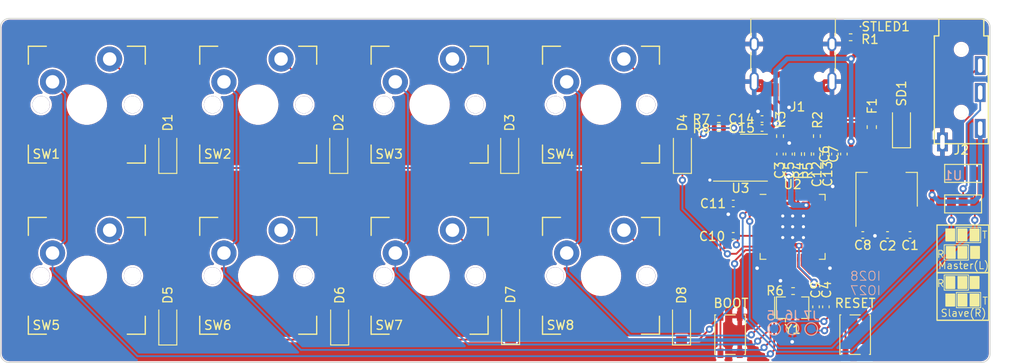
<source format=kicad_pcb>
(kicad_pcb (version 20211014) (generator pcbnew)
  (layers (0 "F.Cu" signal) (31 "B.Cu" signal) (34 "B.Paste" user) (35 "F.Paste" user) (36 "B.SilkS" user "B.Silkscreen") (37 "F.SilkS" user "F.Silkscreen") (38 "B.Mask" user) (39 "F.Mask" user) (44 "Edge.Cuts" user))
  (net 0 "")
  (net 1 "+5V")
  (net 2 "GND")
  (net 3 "+3V3")
  (net 4 "+1V1")
  (net 5 "row0")
  (net 6 "Net-(D1-Pad2)")
  (net 7 "Net-(D2-Pad2)")
  (net 8 "Net-(D3-Pad2)")
  (net 9 "Net-(D4-Pad2)")
  (net 10 "row1")
  (net 11 "Net-(D5-Pad2)")
  (net 12 "Net-(D6-Pad2)")
  (net 13 "Net-(D7-Pad2)")
  (net 14 "Net-(D8-Pad2)")
  (net 15 "VBUS")
  (net 16 "Net-(F1-Pad2)")
  (net 17 "Net-(J1-PadA5)")
  (net 18 "D+")
  (net 19 "D-")
  (net 21 "Net-(J1-PadB5)")
  (net 23 "SWCLK")
  (net 24 "SWD")
  (net 25 "Net-(R1-Pad1)")
  (net 26 "QSPI_SS")
  (net 27 "USB_BOOT")
  (net 28 "col0")
  (net 29 "col1")
  (net 30 "col2")
  (net 31 "col3")
  (net 32 "RESET")
  (net 33 "Net-(R4-Pad1)")
  (net 34 "Net-(U2-Pad20)")
  (net 35 "Net-(R5-Pad1)")
  (net 44 "QSPI_SD3")
  (net 45 "QSPI_SCLK")
  (net 46 "QSPI_SD0")
  (net 47 "QSPI_SD2")
  (net 48 "QSPI_SD1")
  (net 49 "R2")
  (net 50 "R1")
  (net 51 "RX")
  (net 52 "TX")
  (net 64 "Net-(R6-Pad1)")
  (net 65 "Net-(R6-Pad2)")
  (footprint "Jumper:SolderJumper-3_P1.3mm_Open_Pad1.0x1.5mm_NumberLabels" (layer "F.Cu") (at 197.4 107.65)
    (fp_text reference "J4" hide)
    (fp_text value "Conn_01x03_Male")
  )
  (footprint "Package_SON:WSON-8-1EP_6x5mm_P1.27mm_EP3.4x4.3mm" (layer "F.Cu") (at 172.65 105.9)
    (fp_text reference "U3")
    (fp_text value "W25Q128JVSIQ")
  )
  (footprint "yuchi:MX_HOLE" (layer "F.Cu") (at 100 119.05)
    (fp_text reference "SW5")
    (fp_text value "SW_Push")
  )
  (footprint "Resistor_SMD:R_0402_1005Metric" (layer "F.Cu") (at 184.9 92.5)
    (fp_text reference "R1")
    (fp_text value "1k")
  )
  (footprint "Connector_USB:USB_C_Receptacle_HRO_TYPE-C-31-M-12" (layer "F.Cu") (at 178.5 94.3 180)
    (fp_text reference "J1")
    (fp_text value "USB_C_Receptacle")
  )
  (footprint "Diode_SMD:D_SOD-123" (layer "F.Cu") (at 190.55 102.55 90)
    (fp_text reference "SD1")
    (fp_text value "Schottky diode")
  )
  (footprint "yuchi:MX_HOLE" (layer "F.Cu") (at 157.15 119.05)
    (fp_text reference "SW8")
    (fp_text value "SW_Push")
  )
  (footprint "Fuse:Fuse_0603_1608Metric" (layer "F.Cu") (at 187.25 102.5 -90)
    (fp_text reference "F1")
    (fp_text value "Fuse")
  )
  (footprint "LED_SMD:LED_0402_1005Metric" (layer "F.Cu") (at 184.9 91.3 180)
    (fp_text reference "STLED1")
    (fp_text value "LED_GREEN")
  )
  (footprint "Capacitor_SMD:C_0402_1005Metric" (layer "F.Cu") (at 191.5 114.5 180)
    (fp_text reference "C1")
    (fp_text value "10u")
  )
  (footprint "Diode_SMD:D_SOD-123" (layer "F.Cu") (at 147.1 124.45 90)
    (fp_text reference "D7")
    (fp_text value "D_Small")
  )
  (footprint "Diode_SMD:D_SOD-123" (layer "F.Cu") (at 109 105.4 90)
    (fp_text reference "D1")
    (fp_text value "D_Small")
  )
  (footprint "Diode_SMD:D_SOD-123" (layer "F.Cu") (at 166.1 124.5 90)
    (fp_text reference "D8")
    (fp_text value "D_Small")
  )
  (footprint "Resistor_SMD:R_0402_1005Metric" (layer "F.Cu") (at 170.25 101.6 180)
    (fp_text reference "R7")
    (fp_text value "10k")
  )
  (footprint "Package_TO_SOT_SMD:SOT-223" (layer "F.Cu") (at 188.9 109.45 90)
    (fp_text reference "U1")
    (fp_text value "NCP1117-3.3_SOT223")
  )
  (footprint "Resistor_SMD:R_0402_1005Metric" (layer "F.Cu") (at 180.15 105.5 90)
    (fp_text reference "R5")
    (fp_text value "27")
  )
  (footprint "Button_Switch_SMD:SW_SPST_PTS810" (layer "F.Cu") (at 171.5 125.6 90)
    (fp_text reference "SW9" hide)
    (fp_text value "BOOT")
  )
  (footprint "Capacitor_SMD:C_0402_1005Metric" (layer "F.Cu") (at 183.15 105.5 90)
    (fp_text reference "C6")
    (fp_text value "100n")
  )
  (footprint "Capacitor_SMD:C_0402_1005Metric" (layer "F.Cu") (at 175.05 102.6 180)
    (fp_text reference "C15")
    (fp_text value "2.2uF")
  )
  (footprint "yuchi:MX_HOLE" (layer "F.Cu") (at 157.15 100)
    (fp_text reference "SW4")
    (fp_text value "SW_Push")
  )
  (footprint "Capacitor_SMD:C_0402_1005Metric" (layer "F.Cu") (at 182.15 122.5 -90)
    (fp_text reference "C4")
    (fp_text value "100n")
  )
  (footprint "Resistor_SMD:R_0402_1005Metric" (layer "F.Cu") (at 178.5 120.75 180)
    (fp_text reference "R6")
    (fp_text value "1k")
  )
  (footprint "Resistor_SMD:R_0402_1005Metric" (layer "F.Cu") (at 170.25 102.6 180)
    (fp_text reference "R8")
    (fp_text value "1k")
  )
  (footprint "yuchi:MX_HOLE" (layer "F.Cu") (at 138.1 100)
    (fp_text reference "SW3")
    (fp_text value "SW_Push")
  )
  (footprint "Capacitor_SMD:C_0402_1005Metric" (layer "F.Cu") (at 184.15 105.5 90)
    (fp_text reference "C7")
    (fp_text value "100n")
  )
  (footprint "Capacitor_SMD:C_0402_1005Metric" (layer "F.Cu") (at 186.25 114.5)
    (fp_text reference "C8")
    (fp_text value "100n")
  )
  (footprint "Package_DFN_QFN:QFN-56-1EP_7x7mm_P0.4mm_EP3.2x3.2mm" (layer "F.Cu") (at 178.45 113.6)
    (fp_text reference "U2")
    (fp_text value "RP2040")
  )
  (footprint "Diode_SMD:D_SOD-123" (layer "F.Cu") (at 128 105.4 90)
    (fp_text reference "D2")
    (fp_text value "D_Small")
  )
  (footprint "Capacitor_SMD:C_0402_1005Metric" (layer "F.Cu") (at 171.85 111 180)
    (fp_text reference "C11")
    (fp_text value "100n")
  )
  (footprint "Capacitor_SMD:C_0402_1005Metric" (layer "F.Cu") (at 178.05 105.5 90)
    (fp_text reference "C5")
    (fp_text value "100n")
  )
  (footprint "yuchi:MX_HOLE" (layer "F.Cu") (at 119.05 119.05)
    (fp_text reference "SW6")
    (fp_text value "SW_Push")
  )
  (footprint "Capacitor_SMD:C_0402_1005Metric" (layer "F.Cu") (at 175.05 101.6 180)
    (fp_text reference "C14")
    (fp_text value "100n")
  )
  (footprint "Capacitor_SMD:C_0402_1005Metric" (layer "F.Cu") (at 181.05 122.5 -90)
    (fp_text reference "C9")
    (fp_text value "100n")
  )
  (footprint "Diode_SMD:D_SOD-123" (layer "F.Cu") (at 109 124.5 90)
    (fp_text reference "D5")
    (fp_text value "D_Small")
  )
  (footprint "Resistor_SMD:R_0402_1005Metric" (layer "F.Cu") (at 181.15 103.5 -90)
    (fp_text reference "R2")
    (fp_text value "5.1k")
  )
  (footprint "Capacitor_SMD:C_0402_1005Metric" (layer "F.Cu") (at 189 114.5 180)
    (fp_text reference "C2")
    (fp_text value "10u")
  )
  (footprint "Capacitor_SMD:C_0402_1005Metric" (layer "F.Cu") (at 171.85 114.6 180)
    (fp_text reference "C10")
    (fp_text value "100n")
  )
  (footprint "Diode_SMD:D_SOD-123" (layer "F.Cu") (at 147 105.4 90)
    (fp_text reference "D3")
    (fp_text value "D_Small")
  )
  (footprint "Button_Switch_SMD:SW_SPST_PTS810" (layer "F.Cu") (at 185.4 125.6 90)
    (fp_text reference "SW10" hide)
    (fp_text value "RESET")
  )
  (footprint "Jumper:SolderJumper-3_P1.3mm_Open_Pad1.0x1.5mm_NumberLabels" (layer "F.Cu") (at 197.4 111.05)
    (fp_text reference "J3" hide)
    (fp_text value "Conn_01x03_Male")
  )
  (footprint "Resistor_SMD:R_0402_1005Metric" (layer "F.Cu") (at 179.05 105.5 90)
    (fp_text reference "R4")
    (fp_text value "27")
  )
  (footprint "Diode_SMD:D_SOD-123" (layer "F.Cu") (at 128.1 124.5 90)
    (fp_text reference "D6")
    (fp_text value "D_Small")
  )
  (footprint "Capacitor_SMD:C_0402_1005Metric" (layer "F.Cu") (at 177.05 105.5 90)
    (fp_text reference "C3")
    (fp_text value "100n")
  )
  (footprint "Diode_SMD:D_SOD-123" (layer "F.Cu") (at 166.2 105.4 90)
    (fp_text reference "D4")
    (fp_text value "D_Small")
  )
  (footprint "Capacitor_SMD:C_0402_1005Metric" (layer "F.Cu") (at 182.15 105.5 90)
    (fp_text reference "C13")
    (fp_text value "2.2uF")
  )
  (footprint "Crystal:Resonator_SMD_Murata_CSTxExxV-3Pin_3.0x1.1mm" (layer "F.Cu") (at 178.45 122.6)
    (fp_text reference "Y1")
    (fp_text value "12MHz")
  )
  (footprint "yuchi:MX_HOLE" (layer "F.Cu") (at 119.05 100)
    (fp_text reference "SW2")
    (fp_text value "SW_Push")
  )
  (footprint "yuchi:MX_HOLE" (layer "F.Cu") (at 100 100)
    (fp_text reference "SW1")
    (fp_text value "SW_Push")
  )
  (footprint "Resistor_SMD:R_0402_1005Metric" (layer "F.Cu") (at 177.05 103.5 -90)
    (fp_text reference "R3")
    (fp_text value "5.1k")
  )
  (footprint "yuchi_kbd:PJ-320" (layer "F.Cu") (at 197.2 98.35)
    (fp_text reference "J2")
    (fp_text value "AudioJack4")
  )
  (footprint "yuchi:MX_HOLE" (layer "F.Cu") (at 138.1 119.05)
    (fp_text reference "SW7")
    (fp_text value "SW_Push")
  )
  (footprint "Capacitor_SMD:C_0402_1005Metric" (layer "F.Cu") (at 181.15 105.5 90)
    (fp_text reference "C12")
    (fp_text value "2.2uF")
  )
  (footprint "TestPoint:TestPoint_Pad_D1.0mm" (layer "B.Cu") (at 180.52 124.97 180)
    (fp_text reference "J7")
    (fp_text value "TP3")
  )
  (footprint "TestPoint:TestPoint_Pad_D1.0mm" (layer "B.Cu") (at 178.43 124.91 180)
    (fp_text reference "J6")
    (fp_text value "TP2")
  )
  (footprint "TestPoint:TestPoint_Pad_D1.0mm" (layer "B.Cu") (at 176.39 124.94 180)
    (fp_text reference "J5")
    (fp_text value "TP1")
  )
  (gr_rect (start 198.2 119.15) (end 199.15 120.45) (layer "F.SilkS") (width 0.15) (fill solid))
  (gr_rect (start 194.5 124) (end 200.25 118.7) (layer "F.SilkS") (width 0.15) (fill none))
  (gr_rect (start 196.85 119.15) (end 197.8 120.45) (layer "F.SilkS") (width 0.15) (fill solid))
  (gr_rect (start 196.85 121.1) (end 197.8 122.4) (layer "F.SilkS") (width 0.15) (fill solid))
  (gr_rect (start 196.65 120.9) (end 199.35 122.6) (layer "F.SilkS") (width 0.1) (fill none))
  (gr_rect (start 195.5 113.85) (end 196.45 115.15) (layer "F.SilkS") (width 0.15) (fill solid))
  (gr_rect (start 196.65 113.65) (end 199.35 115.35) (layer "F.SilkS") (width 0.1) (fill none))
  (gr_rect (start 195.3 115.6) (end 198 117.3) (layer "F.SilkS") (width 0.1) (fill none))
  (gr_rect (start 195.5 119.15) (end 196.45 120.45) (layer "F.SilkS") (width 0.15) (fill solid))
  (gr_rect (start 196.85 113.85) (end 197.8 115.15) (layer "F.SilkS") (width 0.15) (fill solid))
  (gr_rect (start 198.2 113.85) (end 199.15 115.15) (layer "F.SilkS") (width 0.15) (fill solid))
  (gr_rect (start 195.55 115.8) (end 196.5 117.1) (layer "F.SilkS") (width 0.15) (fill solid))
  (gr_rect (start 196.85 115.8) (end 197.8 117.1) (layer "F.SilkS") (width 0.15) (fill solid))
  (gr_rect (start 194.5 118.7) (end 200.25 113.4) (layer "F.SilkS") (width 0.15) (fill none))
  (gr_rect (start 195.5 121.1) (end 196.45 122.4) (layer "F.SilkS") (width 0.15) (fill solid))
  (gr_rect (start 198.25 115.8) (end 199.2 117.1) (layer "F.SilkS") (width 0.15) (fill solid))
  (gr_rect (start 198.2 121.1) (end 199.15 122.4) (layer "F.SilkS") (width 0.15) (fill solid))
  (gr_rect (start 195.3 118.95) (end 198 120.65) (layer "F.SilkS") (width 0.1) (fill none))
  (gr_line (start 90.4 91.4) (end 90.4 127.7) (layer "Edge.Cuts") (width 0.1))
  (gr_line (start 91.4 128.7) (end 199.4 128.7) (layer "Edge.Cuts") (width 0.1))
  (gr_line (start 200.4 127.7) (end 200.4 91.4) (layer "Edge.Cuts") (width 0.1))
  (gr_arc (start 199.4 90.4) (mid 200.107107 90.692893) (end 200.4 91.4) (layer "Edge.Cuts") (width 0.1))
  (gr_arc (start 200.4 127.7) (mid 200.107107 128.407107) (end 199.4 128.7) (layer "Edge.Cuts") (width 0.1))
  (gr_line (start 199.4 90.4) (end 91.4 90.4) (layer "Edge.Cuts") (width 0.1))
  (gr_arc (start 90.4 91.4) (mid 90.692893 90.692893) (end 91.4 90.4) (layer "Edge.Cuts") (width 0.1))
  (gr_arc (start 91.4 128.7) (mid 90.692893 128.407107) (end 90.4 127.7) (layer "Edge.Cuts") (width 0.1))
  (gr_text "IO28\nIO27" (at 186.551364 119.890534) (layer "B.SilkS") (effects (font (size 1 1) (thickness 0.1)) (justify mirror)))
  (gr_text "T" (at 199.85 121.85) (layer "F.SilkS") (effects (font (size 0.8 0.8) (thickness 0.1))))
  (gr_text "Slave(R)" (at 197.45 123.2) (layer "F.SilkS") (effects (font (size 0.8 0.8) (thickness 0.1))))
  (gr_text "R" (at 194.9 116.65) (layer "F.SilkS") (effects (font (size 0.8 0.8) (thickness 0.1))))
  (gr_text "Master(L)" (at 197.45 117.9) (layer "F.SilkS") (effects (font (size 0.8 0.8) (thickness 0.1))))
  (gr_text "T" (at 199.8 114.5) (layer "F.SilkS") (effects (font (size 0.8 0.8) (thickness 0.1))))
  (gr_text "R" (at 194.9 119.9) (layer "F.SilkS") (effects (font (size 0.8 0.8) (thickness 0.1))))
  (segment (start 190.55 104.2) (end 190.7 104.2) (width 0.2) (layer "F.Cu") (net 1))
  (segment (start 193.95 110.05) (end 193.95 107.385614) (width 0.5) (layer "F.Cu") (net 1))
  (segment (start 193.95 107.385614) (end 190.764386 104.2) (width 0.5) (layer "F.Cu") (net 1))
  (segment (start 192.45 114.5) (end 191.98 114.5) (width 0.5) (layer "F.Cu") (net 1))
  (segment (start 190.764386 104.2) (end 190.7 104.2) (width 0.5) (layer "F.Cu") (net 1))
  (segment (start 193.95 110.05) (end 193.95 113) (width 0.5) (layer "F.Cu") (net 1))
  (segment (start 191.54 112.26) (end 191.2 112.6) (width 0.5) (layer "F.Cu") (net 1))
  (segment (start 191.98 113.38) (end 191.2 112.6) (width 0.5) (layer "F.Cu") (net 1))
  (segment (start 193.95 113) (end 192.45 114.5) (width 0.5) (layer "F.Cu") (net 1))
  (segment (start 191.98 114.5) (end 191.98 113.38) (width 0.5) (layer "F.Cu") (net 1))
  (via (at 193.95 110.05) (size 0.8) (drill 0.4) (layers "F.Cu" "B.Cu") (net 1))
  (segment (start 194.7 110.8) (end 198.6 110.8) (width 0.5) (layer "B.Cu") (net 1))
  (segment (start 193.95 110.05) (end 194.7 110.8) (width 0.5) (layer "B.Cu") (net 1))
  (segment (start 199.3 110.1) (end 199.3 102.65) (width 0.5) (layer "B.Cu") (net 1))
  (segment (start 198.6 110.8) (end 199.3 110.1) (width 0.5) (layer "B.Cu") (net 1))
  (segment (start 177.451364 114.590534) (end 178.451364 113.590534) (width 0.2) (layer "F.Cu") (net 2))
  (segment (start 169.951364 107.795534) (end 169.846844 107.795534) (width 0.2) (layer "F.Cu") (net 2))
  (segment (start 181.15 105.02) (end 181.15 104.11) (width 0.2) (layer "F.Cu") (net 2))
  (segment (start 177.45 117.0375) (end 177.45 119.25) (width 0.2) (layer "F.Cu") (net 2))
  (segment (start 174.57 101.6) (end 174.57 100.7795) (width 0.2) (layer "F.Cu") (net 2))
  (segment (start 187.6 113.6) (end 187.6 114.6) (width 0.2) (layer "F.Cu") (net 2))
  (segment (start 187.7 114.5) (end 187.6 114.6) (width 0.2) (layer "F.Cu") (net 2))
  (segment (start 186.73 114.5) (end 187.5 114.5) (width 0.2) (layer "F.Cu") (net 2))
  (segment (start 177.05 105.02) (end 177.05 104.01) (width 0.2) (layer "F.Cu") (net 2))
  (segment (start 187.5 114.5) (end 187.6 114.6) (width 0.2) (layer "F.Cu") (net 2))
  (segment (start 174.57 100.7795) (end 174.6 100.7495) (width 0.2) (layer "F.Cu") (net 2))
  (segment (start 174.336364 97.420534) (end 175.251364 98.335534) (width 0.25) (layer "F.Cu") (net 2))
  (segment (start 182.82 97.43) (end 182.82 93.25) (width 0.2) (layer "F.Cu") (net 2))
  (segment (start 186.6 112.6) (end 187.6 113.6) (width 0.2) (layer "F.Cu") (net 2))
  (segment (start 177.45 119.25) (end 177.1 119.6) (width 0.2) (layer "F.Cu") (net 2))
  (segment (start 184.15 105.02) (end 183.15 105.02) (width 0.2) (layer "F.Cu") (net 2))
  (segment (start 181.906364 98.335534) (end 182.821364 97.420534) (width 0.25) (layer "F.Cu") (net 2))
  (segment (start 174.181364 97.420534) (end 174.336364 97.420534) (width 0.25) (layer "F.Cu") (net 2))
  (segment (start 169.846844 107.795534) (end 169.250384 108.391994) (width 0.2) (layer "F.Cu") (net 2))
  (segment (start 188.52 114.5) (end 187.7 114.5) (width 0.2) (layer "F.Cu") (net 2))
  (segment (start 177.810794 104.01) (end 178.075901 104.275107) (width 0.2) (layer "F.Cu") (net 2))
  (segment (start 178.05 105.02) (end 177.05 105.02) (width 0.2) (layer "F.Cu") (net 2))
  (segment (start 181.15 105.02) (end 182.15 105.02) (width 0.2) (layer "F.Cu") (net 2))
  (segment (start 177.05 104.01) (end 177.810794 104.01) (width 0.2) (layer "F.Cu") (net 2))
  (segment (start 174.18 93.25) (end 174.18 97.43) (width 0.2) (layer "F.Cu") (net 2))
  (segment (start 182.15 105.02) (end 183.15 105.02) (width 0.2) (layer "F.Cu") (net 2))
  (via (at 178.451364 112.390534) (size 0.6) (drill 0.35) (layers "F.Cu" "B.Cu") (net 2))
  (via (at 182.6 118.2) (size 0.8) (drill 0.4) (layers "F.Cu" "B.Cu") (net 2))
  (via (at 169.250384 108.391994) (size 0.6) (drill 0.35) (layers "F.Cu" "B.Cu") (net 2))
  (via (at 174.5 118.2) (size 0.8) (drill 0.4) (layers "F.Cu" "B.Cu") (net 2))
  (via (at 187.6 114.6) (size 0.8) (drill 0.4) (layers "F.Cu" "B.Cu") (net 2))
  (via (at 177.351364 114.790534) (size 0.6) (drill 0.35) (layers "F.Cu" "B.Cu") (net 2))
  (via (at 178.451364 114.790534) (size 0.6) (drill 0.35) (layers "F.Cu" "B.Cu") (net 2))
  (via (at 178.075901 104.275107) (size 0.8) (drill 0.4) (layers "F.Cu" "B.Cu") (net 2))
  (via (at 177.351364 112.390534) (size 0.6) (drill 0.35) (layers "F.Cu" "B.Cu") (net 2))
  (via (at 178.4 126.4) (size 0.8) (drill 0.4) (layers "F.Cu" "B.Cu") (net 2))
  (via (at 179.651364 113.590534) (size 0.6) (drill 0.35) (layers "F.Cu" "B.Cu") (net 2))
  (via (at 171.3 112.2) (size 0.8) (drill 0.4) (layers "F.Cu" "B.Cu") (net 2))
  (via (at 174.6 100.7495) (size 0.8) (drill 0.4) (layers "F.Cu" "B.Cu") (net 2))
  (via (at 182.9 109.1) (size 0.8) (drill 0.4) (layers "F.Cu" "B.Cu") (net 2))
  (via (at 179.651364 114.790534) (size 0.6) (drill 0.35) (layers "F.Cu" "B.Cu") (net 2))
  (via (at 178.05 100.3) (size 0.8) (drill 0.4) (layers "F.Cu" "B.Cu") (net 2))
  (via (at 178.451364 113.590534) (size 0.6) (drill 0.35) (layers "F.Cu" "B.Cu") (net 2))
  (via (at 177.1 119.6) (size 0.8) (drill 0.4) (layers "F.Cu" "B.Cu") (net 2))
  (via (at 179.651364 112.390534) (size 0.6) (drill 0.35) (layers "F.Cu" "B.Cu") (net 2))
  (via (at 177.351364 113.590534) (size 0.6) (drill 0.35) (layers "F.Cu" "B.Cu") (net 2))
  (segment (start 178.43 124.91) (end 178.43 126.37) (width 0.2) (layer "B.Cu") (net 2))
  (segment (start 178.43 126.37) (end 178.4 126.4) (width 0.2) (layer "B.Cu") (net 2))
  (segment (start 180.651364 110.153034) (end 180.651364 110.990534) (width 0.2) (layer "F.Cu") (net 3))
  (segment (start 181.051364 110.990534) (end 180.851364 111.190534) (width 0.2) (layer "F.Cu") (net 3))
  (segment (start 176.051364 102.590534) (end 175.531364 102.590534) (width 0.5) (layer "F.Cu") (net 3))
  (segment (start 181.188864 110.153034) (end 181.188864 108.153034) (width 0.5) (layer "F.Cu") (net 3))
  (segment (start 185.77 115.07) (end 185.77 114.5) (width 0.5) (layer "F.Cu") (net 3))
  (segment (start 175.0125 111) (end 175.9 111) (width 0.2) (layer "F.Cu") (net 3))
  (segment (start 181.8875 110.6625) (end 181.95 110.6) (width 0.2) (layer "F.Cu") (net 3))
  (segment (start 172.206663 114.476663) (end 172.33 114.6) (width 0.2) (layer "F.Cu") (net 3))
  (segment (start 184.95 105.65) (end 184.95 104.1) (width 0.5) (layer "F.Cu") (net 3))
  (segment (start 175.531364 103.805534) (end 175.351364 103.985534) (width 0.5) (layer "F.Cu") (net 3))
  (segment (start 185.41 94.44) (end 185.41 92.5) (width 0.5) (layer "F.Cu") (net 3))
  (segment (start 175.0125 111) (end 172.33 111) (width 0.2) (layer "F.Cu") (net 3))
  (segment (start 178.851364 110.990534) (end 178.651364 110.790534) (width 0.2) (layer "F.Cu") (net 3))
  (segment (start 178.651364 110.790534) (end 178.651364 110.153034) (width 0.2) (layer "F.Cu") (net 3))
  (segment (start 184.15 106.3) (end 184.15 105.98) (width 0.5) (layer "F.Cu") (net 3))
  (segment (start 181.8875 111) (end 181.06083 111) (width 0.2) (layer "F.Cu") (net 3))
  (segment (start 175.531364 103.805534) (end 175.531364 102.590534) (width 0.5) (layer "F.Cu") (net 3))
  (segment (start 181.05 120.95) (end 178.65 118.55) (width 0.2) (layer "F.Cu") (net 3))
  (segment (start 184.95 94.9) (end 185.41 94.44) (width 0.5) (layer "F.Cu") (net 3))
  (segment (start 189.48 115.12) (end 189.1 115.5) (width 0.5) (layer "F.Cu") (net 3))
  (segment (start 180.651364 110.153034) (end 180.651364 107.658034) (width 0.2) (layer "F.Cu") (net 3))
  (segment (start 171.6 99.9) (end 170.76 100.74) (width 0.5) (layer "F.Cu") (net 3))
  (segment (start 181.188864 108.153034) (end 183.151364 106.190534) (width 0.5) (layer "F.Cu") (net 3))
  (segment (start 181.95 108.5) (end 184.15 106.3) (width 0.5) (layer "F.Cu") (net 3))
  (segment (start 181.8875 111) (end 181.8875 110.6625) (width 0.2) (layer "F.Cu") (net 3))
  (segment (start 176.551364 102.090534) (end 176.551364 100.651364) (width 0.5) (layer "F.Cu") (net 3))
  (segment (start 183.151364 106.190534) (end 183.151364 106.070534) (width 0.5) (layer "F.Cu") (net 3))
  (segment (start 176.551364 102.090534) (end 176.051364 102.590534) (width 0.5) (layer "F.Cu") (net 3))
  (segment (start 175.0125 114.6) (end 172.33 114.6) (width 0.2) (layer "F.Cu") (net 3))
  (segment (start 184.15 105.98) (end 183.15 105.98) (width 0.5) (layer "F.Cu") (net 3))
  (segment (start 172.206663 111.123337) (end 172.206663 114.476663) (width 0.2) (layer "F.Cu") (net 3))
  (segment (start 189.48 114.5) (end 189.48 115.12) (width 0.5) (layer "F.Cu") (net 3))
  (segment (start 179.051364 109.290534) (end 178.851364 109.090534) (width 0.2) (layer "F.Cu") (net 3))
  (segment (start 186.2 115.5) (end 185.77 115.07) (width 0.5) (layer "F.Cu") (net 3))
  (segment (start 180.651364 107.658034) (end 182.151364 106.158034) (width 0.2) (layer "F.Cu") (net 3))
  (segment (start 181.05 122.02) (end 181.05 120.95) (width 0.2) (layer "F.Cu") (net 3))
  (segment (start 176.051364 101.590534) (end 176.551364 102.090534) (width 0.5) (layer "F.Cu") (net 3))
  (segment (start 181.051364 110.153034) (end 181.051364 110.990534) (width 0.2) (layer "F.Cu") (net 3))
  (segment (start 181.8875 114.6) (end 185.67 114.6) (width 0.2) (layer "F.Cu") (net 3))
  (segment (start 178.651364 109.290534) (end 178.651364 110.153034) (width 0.2) (layer "F.Cu") (net 3))
  (segment (start 179.051364 110.153034) (end 179.051364 109.290534) (width 0.2) (layer "F.Cu") (net 3))
  (segment (start 172.33 115.4705) (end 172.2005 115.6) (width 0.2) (layer "F.Cu") (net 3))
  (segment (start 178.65 118.55) (end 178.65 117.0375) (width 0.2) (layer "F.Cu") (net 3))
  (segment (start 175.531364 102.590534) (end 175.531364 101.590534) (width 0.5) (layer "F.Cu") (net 3))
  (segment (start 181.06083 111) (end 181.051364 110.990534) (width 0.2) (layer "F.Cu") (net 3))
  (segment (start 180.851364 111.190534) (end 180.851364 112.190534) (width 0.2) (layer "F.Cu") (net 3))
  (segment (start 178.65 117.0375) (end 178.65 116.291898) (width 0.2) (layer "F.Cu") (net 3))
  (segment (start 181.95 110.6) (end 181.95 108.5) (width 0.5) (layer "F.Cu") (net 3))
  (segment (start 178.65 116.291898) (end 178.652343 116.289555) (width 0.2) (layer "F.Cu") (net 3))
  (segment (start 172.33 114.6) (end 172.33 115.4705) (width 0.2) (layer "F.Cu") (net 3))
  (segment (start 181.8875 114.6) (end 180.95 114.6) (width 0.2) (layer "F.Cu") (net 3))
  (segment (start 189.48 113.18) (end 189.48 114.5) (width 0.5) (layer "F.Cu") (net 3))
  (segment (start 179.051364 110.153034) (end 179.051364 110.790534) (width 0.2) (layer "F.Cu") (net 3))
  (segment (start 182.15 105.98) (end 183.15 105.98) (width 0.5) (layer "F.Cu") (net 3))
  (segment (start 175.0125 114.6) (end 175.8 114.6) (width 0.2) (layer "F.Cu") (net 3))
  (segment (start 179.051364 110.790534) (end 178.851364 110.990534) (width 0.2) (layer "F.Cu") (net 3))
  (segment (start 178.851364 109.090534) (end 178.851364 107.638643) (width 0.5) (layer "F.Cu") (net 3))
  (segment (start 175.8 99.9) (end 171.6 99.9) (width 0.5) (layer "F.Cu") (net 3))
  (segment (start 184.15 105.98) (end 184.62 105.98) (width 0.5) (layer "F.Cu") (net 3))
  (segment (start 184.62 105.98) (end 184.95 105.65) (width 0.5) (layer "F.Cu") (net 3))
  (segment (start 175.531364 101.590534) (end 176.051364 101.590534) (width 0.5) (layer "F.Cu") (net 3))
  (segment (start 188.9 112.6) (end 189.48 113.18) (width 0.5) (layer "F.Cu") (net 3))
  (segment (start 178.652343 116.289555) (end 179.652343 116.289555) (width 0.2) (layer "F.Cu") (net 3))
  (segment (start 185.67 114.6) (end 185.77 114.5) (width 0.2) (layer "F.Cu") (net 3))
  (segment (start 189.1 115.5) (end 186.2 115.5) (width 0.5) (layer "F.Cu") (net 3))
  (segment (start 179.652343 116.289555) (end 179.951364 115.990534) (width 0.2) (layer "F.Cu") (net 3))
  (segment (start 178.051364 106.838643) (end 178.051364 106.070534) (width 0.5) (layer "F.Cu") (net 3))
  (segment (start 172.33 111) (end 172.206663 111.123337) (width 0.2) (layer "F.Cu") (net 3))
  (segment (start 176.551364 100.651364) (end 175.8 99.9) (width 0.5) (layer "F.Cu") (net 3))
  (segment (start 178.851364 109.090534) (end 178.651364 109.290534) (width 0.2) (layer "F.Cu") (net 3))
  (segment (start 178.851364 107.638643) (end 178.051364 106.838643) (width 0.5) (layer "F.Cu") (net 3))
  (segment (start 180.651364 110.990534) (end 180.851364 111.190534) (width 0.2) (layer "F.Cu") (net 3))
  (segment (start 170.76 100.74) (end 170.76 101.6) (width 0.5) (layer "F.Cu") (net 3))
  (via (at 176.551364 102.090534) (size 0.7) (drill 0.4) (layers "F.Cu" "B.Cu") (net 3))
  (via (at 184.95 94.9) (size 0.8) (drill 0.4) (layers "F.Cu" "B.Cu") (net 3))
  (via (at 184.95 104.1) (size 0.8) (drill 0.4) (layers "F.Cu" "B.Cu") (net 3))
  (via (at 172.2005 115.6) (size 0.8) (drill 0.4) (layers "F.Cu" "B.Cu") (net 3))
  (segment (start 184.95 94.9) (end 177.85 94.9) (width 0.5) (layer "B.Cu") (net 3))
  (segment (start 177.85 94.9) (end 176.551364 96.198636) (width 0.5) (layer "B.Cu") (net 3))
  (segment (start 176.551364 96.198636) (end 176.551364 102.090534) (width 0.5) (layer "B.Cu") (net 3))
  (segment (start 184.95 104.1) (end 184.95 94.9) (width 0.5) (layer "B.Cu") (net 3))
  (segment (start 180.251364 110.153034) (end 180.251364 110.890534) (width 0.2) (layer "F.Cu") (net 4))
  (segment (start 180.844622 119.755378) (end 182.15 121.060756) (width 0.2) (layer "F.Cu") (net 4))
  (segment (start 181.151364 106.390534) (end 180.251364 107.290534) (width 0.2) (layer "F.Cu") (net 4))
  (segment (start 179.951364 111.190534) (end 179.551364 111.590534) (width 0.2) (layer "F.Cu") (net 4))
  (segment (start 179.051862 115.590534) (end 178.351364 115.590534) (width 0.2) (layer "F.Cu") (net 4))
  (segment (start 179.551364 111.590534) (end 179.251364 111.590534) (width 0.2) (layer "F.Cu") (net 4))
  (segment (start 178.001864 107.990534) (end 177.951364 107.990534) (width 0.2) (layer "F.Cu") (net 4))
  (segment (start 178.251364 108.240034) (end 178.001864 107.990534) (width 0.2) (layer "F.Cu") (net 4))
  (segment (start 180.251364 107.290534) (end 180.251364 110.153034) (width 0.2) (layer "F.Cu") (net 4))
  (segment (start 180.844622 119.755378) (end 180.738347 119.755378) (width 0.2) (layer "F.Cu") (net 4))
  (segment (start 177.951364 107.990534) (end 177.051364 107.090534) (width 0.2) (layer "F.Cu") (net 4))
  (segment (start 178.25 110.1625) (end 178.25 108.241398) (width 0.2) (layer "F.Cu") (net 4))
  (segment (start 181.151364 106.158034) (end 181.151364 106.390534) (width 0.2) (layer "F.Cu") (net 4))
  (segment (start 180.738347 119.755378) (end 179.050001 118.067032) (width 0.2) (layer "F.Cu") (net 4))
  (segment (start 180.251364 110.890534) (end 179.951364 111.190534) (width 0.2) (layer "F.Cu") (net 4))
  (segment (start 177.051364 107.090534) (end 177.051364 106.070534) (width 0.2) (layer "F.Cu") (net 4))
  (segment (start 179.050001 118.067032) (end 179.05 117.0375) (width 0.2) (layer "F.Cu") (net 4))
  (segment (start 178.25 108.241398) (end 178.251364 108.240034) (width 0.2) (layer "F.Cu") (net 4))
  (segment (start 179.151364 115.690036) (end 179.051862 115.590534) (width 0.2) (layer "F.Cu") (net 4))
  (segment (start 182.15 121.060756) (end 182.15 122.02) (width 0.2) (layer "F.Cu") (net 4))
  (via (at 178.001864 107.990534) (size 0.6) (drill 0.35) (layers "F.Cu" "B.Cu") (net 4))
  (via (at 180.844622 119.755378) (size 0.8) (drill 0.4) (layers "F.Cu" "B.Cu") (net 4))
  (via (at 179.951364 111.190534) (size 0.6) (drill 0.35) (layers "F.Cu" "B.Cu") (net 4))
  (via (at 179.151364 115.690036) (size 0.6) (drill 0.35) (layers "F.Cu" "B.Cu") (net 4))
  (segment (start 180.844622 119.755378) (end 179.151364 118.06212) (width 0.2) (layer "B.Cu") (net 4))
  (segment (start 178.251364 108.240034) (end 178.251364 110.890534) (width 0.6) (layer "B.Cu") (net 4))
  (segment (start 178.001864 107.990534) (end 178.251364 108.240034) (width 0.6) (layer "B.Cu") (net 4))
  (segment (start 179.151364 118.06212) (end 179.151364 115.690036) (width 0.2) (layer "B.Cu") (net 4))
  (segment (start 178.251364 110.890534) (end 178.551364 111.190534) (width 0.6) (layer "B.Cu") (net 4))
  (segment (start 178.551364 111.190534) (end 179.951364 111.190534) (width 0.6) (layer "B.Cu") (net 4))
  (segment (start 175.0125 115.8) (end 172.99045 115.8) (width 0.2) (layer "F.Cu") (net 5))
  (segment (start 147 107.05) (end 166.2 107.05) (width 0.2) (layer "F.Cu") (net 5))
  (segment (start 166.2 108.4) (end 166.2 107.05) (width 0.2) (layer "F.Cu") (net 5))
  (segment (start 109 107.05) (end 128 107.05) (width 0.2) (layer "F.Cu") (net 5))
  (segment (start 172.19045 116.6) (end 171.2 116.6) (width 0.2) (layer "F.Cu") (net 5))
  (segment (start 128 107.05) (end 147 107.05) (width 0.2) (layer "F.Cu") (net 5))
  (segment (start 172.99045 115.8) (end 172.19045 116.6) (width 0.2) (layer "F.Cu") (net 5))
  (via (at 171.2 116.6) (size 0.8) (drill 0.4) (layers "F.Cu" "B.Cu") (net 5))
  (via (at 166.2 108.4) (size 0.8) (drill 0.4) (layers "F.Cu" "B.Cu") (net 5))
  (segment (start 166.2 111.6) (end 166.2 108.4) (width 0.2) (layer "B.Cu") (net 5))
  (segment (start 171.2 116.6) (end 166.2 111.6) (width 0.2) (layer "B.Cu") (net 5))
  (segment (start 109 101.38) (end 109 103.75) (width 0.2) (layer "F.Cu") (net 6))
  (segment (start 102.54 94.92) (end 109 101.38) (width 0.2) (layer "F.Cu") (net 6))
  (segment (start 128 101.33) (end 128 103.75) (width 0.2) (layer "F.Cu") (net 7))
  (segment (start 121.59 94.92) (end 128 101.33) (width 0.2) (layer "F.Cu") (net 7))
  (segment (start 140.64 94.92) (end 147 101.28) (width 0.2) (layer "F.Cu") (net 8))
  (segment (start 147 101.28) (end 147 103.75) (width 0.2) (layer "F.Cu") (net 8))
  (segment (start 166.2 103.75) (end 166.2 101.43) (width 0.2) (layer "F.Cu") (net 9))
  (segment (start 166.2 101.43) (end 159.69 94.92) (width 0.2) (layer "F.Cu") (net 9))
  (segment (start 169.2 125) (end 168.05 126.15) (width 0.2) (layer "F.Cu") (net 10))
  (segment (start 109 126.15) (end 128.1 126.15) (width 0.2) (layer "F.Cu") (net 10))
  (segment (start 173.2 116.2) (end 175.0125 116.2) (width 0.2) (layer "F.Cu") (net 10))
  (segment (start 128.1 126.15) (end 147.05 126.15) (width 0.2) (layer "F.Cu") (net 10))
  (segment (start 172 117.7) (end 172 117.4) (width 0.2) (layer "F.Cu") (net 10))
  (segment (start 147.05 126.15) (end 147.1 126.1) (width 0.2) (layer "F.Cu") (net 10))
  (segment (start 172 117.4) (end 173.2 116.2) (width 0.2) (layer "F.Cu") (net 10))
  (segment (start 147.1 126.1) (end 166.05 126.1) (width 0.2) (layer "F.Cu") (net 10))
  (segment (start 168.05 126.15) (end 166.1 126.15) (width 0.2) (layer "F.Cu") (net 10))
  (segment (start 166.05 126.1) (end 166.1 126.15) (width 0.2) (layer "F.Cu") (net 10))
  (via (at 169.2 125) (size 0.8) (drill 0.4) (layers "F.Cu" "B.Cu") (net 10))
  (via (at 172 117.7) (size 0.8) (drill 0.4) (layers "F.Cu" "B.Cu") (net 10))
  (segment (start 172 122.2) (end 169.2 125) (width 0.2) (layer "B.Cu") (net 10))
  (segment (start 172 117.7) (end 172 122.2) (width 0.2) (layer "B.Cu") (net 10))
  (segment (start 102.54 113.97) (end 109 120.43) (width 0.2) (layer "F.Cu") (net 11))
  (segment (start 109 120.43) (end 109 122.85) (width 0.2) (layer "F.Cu") (net 11))
  (segment (start 128.1 120.48) (end 128.1 122.85) (width 0.2) (layer "F.Cu") (net 12))
  (segment (start 121.59 113.97) (end 128.1 120.48) (width 0.2) (layer "F.Cu") (net 12))
  (segment (start 140.64 113.97) (end 147.1 120.43) (width 0.2) (layer "F.Cu") (net 13))
  (segment (start 147.1 120.43) (end 147.1 122.75) (width 0.2) (layer "F.Cu") (net 13))
  (segment (start 166.1 120.38) (end 166.1 122.85) (width 0.2) (layer "F.Cu") (net 14))
  (segment (start 159.69 113.97) (end 166.1 120.38) (width 0.2) (layer "F.Cu") (net 14))
  (segment (start 176.751364 96.790534) (end 177.000884 96.541014) (width 0.5) (layer "F.Cu") (net 15))
  (segment (start 177.000884 96.541014) (end 180.001844 96.541014) (width 0.5) (layer "F.Cu") (net 15))
  (segment (start 176.051364 97.490534) (end 176.751364 96.790534) (width 0.3) (layer "F.Cu") (net 15))
  (segment (start 180.95 100.3125) (end 182.35 101.7125) (width 0.2) (layer "F.Cu") (net 15))
  (segment (start 180.001844 96.541014) (end 180.251364 96.790534) (width 0.5) (layer "F.Cu") (net 15))
  (segment (start 180.951364 97.490534) (end 180.951364 98.335534) (width 0.3) (layer "F.Cu") (net 15))
  (segment (start 182.35 101.7125) (end 187.25 101.7125) (width 0.2) (layer "F.Cu") (net 15))
  (segment (start 180.251364 96.790534) (end 180.951364 97.490534) (width 0.3) (layer "F.Cu") (net 15))
  (segment (start 176.051364 98.335534) (end 176.051364 97.490534) (width 0.3) (layer "F.Cu") (net 15))
  (segment (start 180.95 100.3125) (end 180.95 98.345) (width 0.2) (layer "F.Cu") (net 15))
  (segment (start 187.25 103.2875) (end 189.6375 100.9) (width 0.2) (layer "F.Cu") (net 16))
  (segment (start 189.6375 100.9) (end 190.55 100.9) (width 0.2) (layer "F.Cu") (net 16))
  (segment (start 180.64 102.99) (end 181.15 102.99) (width 0.25) (layer "F.Cu") (net 17))
  (segment (start 179.751364 102.101364) (end 180.64 102.99) (width 0.25) (layer "F.Cu") (net 17))
  (segment (start 179.751364 98.335534) (end 179.751364 102.101364) (width 0.25) (layer "F.Cu") (net 17))
  (segment (start 178.732501 99.45) (end 178.75 99.432501) (width 0.2) (layer "F.Cu") (net 18))
  (segment (start 177.88 99.45) (end 178.732501 99.45) (width 0.2) (layer "F.Cu") (net 18))
  (segment (start 178.75 99.432501) (end 178.75 98.345) (width 0.2) (layer "F.Cu") (net 18))
  (segment (start 178.775 104.251397) (end 179.05 104.526397) (width 0.2) (layer "F.Cu") (net 18))
  (segment (start 177.75 98.345) (end 177.75 99.32) (width 0.2) (layer "F.Cu") (net 18))
  (segment (start 178.475 102.975) (end 178.139106 102.975) (width 0.2) (layer "F.Cu") (net 18))
  (segment (start 178.775 103.925) (end 178.775 104.251397) (width 0.2) (layer "F.Cu") (net 18))
  (segment (start 177.75 99.32) (end 177.88 99.45) (width 0.2) (layer "F.Cu") (net 18))
  (segment (start 179.05 104.526397) (end 179.05 104.99) (width 0.2) (layer "F.Cu") (net 18))
  (segment (start 178.139106 103.575) (end 178.475 103.575) (width 0.2) (layer "F.Cu") (net 18))
  (segment (start 178.775 103.875) (end 178.775 103.925) (width 0.2) (layer "F.Cu") (net 18))
  (segment (start 178.775 99.457501) (end 178.775 102.675) (width 0.2) (layer "F.Cu") (net 18))
  (segment (start 178.75 99.432501) (end 178.775 99.457501) (width 0.2) (layer "F.Cu") (net 18))
  (arc (start 177.839106 103.275) (mid 177.926974 103.487132) (end 178.139106 103.575) (width 0.2) (layer "F.Cu") (net 18))
  (arc (start 178.475 103.575) (mid 178.687132 103.662868) (end 178.775 103.875) (width 0.2) (layer "F.Cu") (net 18))
  (arc (start 178.775 102.675) (mid 178.687132 102.887132) (end 178.475 102.975) (width 0.2) (layer "F.Cu") (net 18))
  (arc (start 178.139106 102.975) (mid 177.926974 103.062868) (end 177.839106 103.275) (width 0.2) (layer "F.Cu") (net 18))
  (segment (start 179.225 104.065) (end 179.225 99.457501) (width 0.2) (layer "F.Cu") (net 19))
  (segment (start 178.251364 97.361512) (end 178.522342 97.090534) (width 0.2) (layer "F.Cu") (net 19))
  (segment (start 180.15 104.99) (end 179.225 104.065) (width 0.2) (layer "F.Cu") (net 19))
  (segment (start 179.225 99.457501) (end 179.25 99.432501) (width 0.2) (layer "F.Cu") (net 19))
  (segment (start 178.251364 98.335534) (end 178.251364 97.361512) (width 0.2) (layer "F.Cu") (net 19))
  (segment (start 178.980386 97.090534) (end 179.251364 97.361512) (width 0.2) (layer "F.Cu") (net 19))
  (segment (start 178.522342 97.090534) (end 178.980386 97.090534) (width 0.2) (layer "F.Cu") (net 19))
  (segment (start 179.25 99.432501) (end 179.25 98.345) (width 0.2) (layer "F.Cu") (net 19))
  (segment (start 179.251364 97.361512) (end 179.251364 98.335534) (width 0.2) (layer "F.Cu") (net 19))
  (segment (start 177.226364 100.023636) (end 177.226364 102.813636) (width 0.25) (layer "F.Cu") (net 21))
  (segment (start 176.751364 99.548636) (end 177.226364 100.023636) (width 0.25) (layer "F.Cu") (net 21))
  (segment (start 177.226364 102.813636) (end 177.05 102.99) (width 0.25) (layer "F.Cu") (net 21))
  (segment (start 176.751364 98.335534) (end 176.751364 99.548636) (width 0.25) (layer "F.Cu") (net 21))
  (segment (start 182.95 120.870806) (end 182.95 123.112254) (width 0.2) (layer "F.Cu") (net 23))
  (segment (start 179.45 117.0375) (end 179.450001 117.901347) (width 0.2) (layer "F.Cu") (net 23))
  (segment (start 180.879194 118.8) (end 182.95 120.870806) (width 0.2) (layer "F.Cu") (net 23))
  (segment (start 180.348655 118.8) (end 180.879194 118.8) (width 0.2) (layer "F.Cu") (net 23))
  (segment (start 182.95 123.112254) (end 181.931127 124.131127) (width 0.2) (layer "F.Cu") (net 23))
  (segment (start 179.450001 117.901347) (end 180.348655 118.8) (width 0.2) (layer "F.Cu") (net 23))
  (via (at 181.931127 124.131127) (size 0.8) (drill 0.4) (layers "F.Cu" "B.Cu") (net 23))
  (segment (start 177.22 124.11) (end 181.91 124.11) (width 0.2) (layer "B.Cu") (net 23))
  (segment (start 176.39 124.94) (end 177.22 124.11) (width 0.2) (layer "B.Cu") (net 23))
  (segment (start 181.91 124.11) (end 181.931127 124.131127) (width 0.2) (layer "B.Cu") (net 23))
  (segment (start 181.04488 118.4) (end 183.35 120.70512) (width 0.2) (layer "F.Cu") (net 24))
  (segment (start 180.51434 118.4) (end 181.04488 118.4) (width 0.2) (layer "F.Cu") (net 24))
  (segment (start 179.85 117.735661) (end 180.51434 118.4) (width 0.2) (layer "F.Cu") (net 24))
  (segment (start 183.35 123.8) (end 182 125.15) (width 0.2) (layer "F.Cu") (net 24))
  (segment (start 183.35 120.70512) (end 183.35 123.8) (width 0.2) (layer "F.Cu") (net 24))
  (segment (start 179.85 117.0375) (end 179.85 117.735661) (width 0.2) (layer "F.Cu") (net 24))
  (via (at 182 125.15) (size 0.8) (drill 0.4) (layers "F.Cu" "B.Cu") (net 24))
  (segment (start 182 125.15) (end 180.7 125.15) (width 0.2) (layer "B.Cu") (net 24))
  (segment (start 180.7 125.15) (end 180.52 124.97) (width 0.2) (layer "B.Cu") (net 24))
  (segment (start 184.415 92.475) (end 184.39 92.5) (width 0.2) (layer "F.Cu") (net 25))
  (segment (start 184.415 91.3) (end 184.415 92.475) (width 0.2) (layer "F.Cu") (net 25))
  (segment (start 168.551364 109.790534) (end 167.851364 109.090534) (width 0.2) (layer "F.Cu") (net 26))
  (segment (start 169.74 102.6) (end 169.74 101.6) (width 0.2) (layer "F.Cu") (net 26))
  (segment (start 175.488864 109.790534) (end 168.551364 109.790534) (width 0.2) (layer "F.Cu") (net 26))
  (segment (start 169.75 103.795) (end 169.75 102.61) (width 0.2) (layer "F.Cu") (net 26))
  (segment (start 168.656364 103.985534) (end 169.951364 103.985534) (width 0.2) (layer "F.Cu") (net 26))
  (segment (start 169.75 102.61) (end 169.74 102.6) (width 0.2) (layer "F.Cu") (net 26))
  (segment (start 167.851364 104.790534) (end 168.656364 103.985534) (width 0.2) (layer "F.Cu") (net 26))
  (segment (start 169.95 103.995) (end 169.75 103.795) (width 0.2) (layer "F.Cu") (net 26))
  (segment (start 175.85 110.15167) (end 175.488864 109.790534) (width 0.2) (layer "F.Cu") (net 26))
  (segment (start 175.85 110.1625) (end 175.85 110.15167) (width 0.2) (layer "F.Cu") (net 26))
  (segment (start 167.851364 109.090534) (end 167.851364 104.790534) (width 0.2) (layer "F.Cu") (net 26))
  (segment (start 167.1 104.67) (end 168.55 103.22) (width 0.2) (layer "F.Cu") (net 27))
  (segment (start 170.425 114.675) (end 167.1 111.35) (width 0.2) (layer "F.Cu") (net 27))
  (segment (start 170.425 127.675) (end 170.425 123.525) (width 0.2) (layer "F.Cu") (net 27))
  (segment (start 170.76 102.6) (end 171.9 102.6) (width 0.2) (layer "F.Cu") (net 27))
  (segment (start 170.425 123.525) (end 170.425 114.675) (width 0.2) (layer "F.Cu") (net 27))
  (segment (start 167.1 111.35) (end 167.1 104.67) (width 0.2) (layer "F.Cu") (net 27))
  (via (at 171.9 102.6) (size 0.8) (drill 0.4) (layers "F.Cu" "B.Cu") (net 27))
  (via (at 168.55 103.22) (size 0.8) (drill 0.4) (layers "F.Cu" "B.Cu") (net 27))
  (segment (start 169.17 102.6) (end 168.55 103.22) (width 0.2) (layer "B.Cu") (net 27))
  (segment (start 171.9 102.6) (end 169.17 102.6) (width 0.2) (layer "B.Cu") (net 27))
  (segment (start 176.4 119.2) (end 177.05 118.55) (width 0.2) (layer "F.Cu") (net 28))
  (segment (start 177.05 118.55) (end 177.05 117.0375) (width 0.2) (layer "F.Cu") (net 28))
  (segment (start 176.4 127.313871) (end 176.4 119.2) (width 0.2) (layer "F.Cu") (net 28))
  (segment (start 175.979471 127.7344) (end 176.4 127.313871) (width 0.2) (layer "F.Cu") (net 28))
  (via (at 175.979471 127.7344) (size 0.8) (drill 0.4) (layers "F.Cu" "B.Cu") (net 28))
  (segment (start 175.713871 128) (end 105.626596 128) (width 0.2) (layer "B.Cu") (net 28))
  (segment (start 97.589999 115.110001) (end 96.19 116.51) (width 0.2) (layer "B.Cu") (net 28))
  (segment (start 175.979471 127.7344) (end 175.713871 128) (width 0.2) (layer "B.Cu") (net 28))
  (segment (start 96.19 118.563404) (end 96.19 116.51) (width 0.2) (layer "B.Cu") (net 28))
  (segment (start 96.19 97.46) (end 97.589999 98.859999) (width 0.2) (layer "B.Cu") (net 28))
  (segment (start 105.626596 128) (end 96.19 118.563404) (width 0.2) (layer "B.Cu") (net 28))
  (segment (start 97.589999 98.859999) (end 97.589999 115.110001) (width 0.2) (layer "B.Cu") (net 28))
  (segment (start 176 126.300361) (end 176 119.034314) (width 0.2) (layer "F.Cu") (net 29))
  (segment (start 176.65 118.384314) (end 176.65 117.0375) (width 0.2) (layer "F.Cu") (net 29))
  (segment (start 175.272716 127.027645) (end 176 126.300361) (width 0.2) (layer "F.Cu") (net 29))
  (segment (start 176 119.034314) (end 176.65 118.384314) (width 0.2) (layer "F.Cu") (net 29))
  (via (at 175.272716 127.027645) (size 0.8) (drill 0.4) (layers "F.Cu" "B.Cu") (net 29))
  (segment (start 175.000361 127.3) (end 123.8 127.3) (width 0.2) (layer "B.Cu") (net 29))
  (segment (start 115.24 118.74) (end 115.24 116.51) (width 0.2) (layer "B.Cu") (net 29))
  (segment (start 116.639999 98.859999) (end 116.639999 115.110001) (width 0.2) (layer "B.Cu") (net 29))
  (segment (start 175.272716 127.027645) (end 175.000361 127.3) (width 0.2) (layer "B.Cu") (net 29))
  (segment (start 115.24 97.46) (end 116.639999 98.859999) (width 0.2) (layer "B.Cu") (net 29))
  (segment (start 116.639999 115.110001) (end 115.24 116.51) (width 0.2) (layer "B.Cu") (net 29))
  (segment (start 123.8 127.3) (end 115.24 118.74) (width 0.2) (layer "B.Cu") (net 29))
  (segment (start 175.6 125.286852) (end 175.6 118.8) (width 0.2) (layer "F.Cu") (net 30))
  (segment (start 174.565961 126.320891) (end 175.6 125.286852) (width 0.2) (layer "F.Cu") (net 30))
  (segment (start 175.6 118.8) (end 176.25 118.15) (width 0.2) (layer "F.Cu") (net 30))
  (segment (start 176.25 118.15) (end 176.25 117.0375) (width 0.2) (layer "F.Cu") (net 30))
  (via (at 174.565961 126.320891) (size 0.8) (drill 0.4) (layers "F.Cu" "B.Cu") (net 30))
  (segment (start 134.29 118.563404) (end 134.29 116.51) (width 0.2) (layer "B.Cu") (net 30))
  (segment (start 174.565961 126.320891) (end 174.186852 126.7) (width 0.2) (layer "B.Cu") (net 30))
  (segment (start 174.186852 126.7) (end 142.426596 126.7) (width 0.2) (layer "B.Cu") (net 30))
  (segment (start 134.29 116.51) (end 135.689999 115.110001) (width 0.2) (layer "B.Cu") (net 30))
  (segment (start 135.689999 115.110001) (end 135.689999 98.859999) (width 0.2) (layer "B.Cu") (net 30))
  (segment (start 135.689999 98.859999) (end 134.29 97.46) (width 0.2) (layer "B.Cu") (net 30))
  (segment (start 142.426596 126.7) (end 134.29 118.563404) (width 0.2) (layer "B.Cu") (net 30))
  (segment (start 173.859206 125.614135) (end 175.2 124.273341) (width 0.2) (layer "F.Cu") (net 31))
  (segment (start 175.2 118.5) (end 175.85 117.85) (width 0.2) (layer "F.Cu") (net 31))
  (segment (start 175.2 124.273341) (end 175.2 118.5) (width 0.2) (layer "F.Cu") (net 31))
  (segment (start 175.85 117.85) (end 175.85 117.0375) (width 0.2) (layer "F.Cu") (net 31))
  (via (at 173.859206 125.614135) (size 0.8) (drill 0.4) (layers "F.Cu" "B.Cu") (net 31))
  (segment (start 173.773341 125.7) (end 160.4 125.7) (width 0.2) (layer "B.Cu") (net 31))
  (segment (start 154.739999 115.110001) (end 153.34 116.51) (width 0.2) (layer "B.Cu") (net 31))
  (segment (start 160.4 125.7) (end 153.34 118.64) (width 0.2) (layer "B.Cu") (net 31))
  (segment (start 153.34 97.46) (end 154.739999 98.859999) (width 0.2) (layer "B.Cu") (net 31))
  (segment (start 153.34 118.64) (end 153.34 116.51) (width 0.2) (layer "B.Cu") (net 31))
  (segment (start 173.859206 125.614135) (end 173.773341 125.7) (width 0.2) (layer "B.Cu") (net 31))
  (segment (start 154.739999 98.859999) (end 154.739999 115.110001) (width 0.2) (layer "B.Cu") (net 31))
  (segment (start 184.325 123.525) (end 184.325 127.675) (width 0.2) (layer "F.Cu") (net 32))
  (segment (start 181.210566 118) (end 184.325 121.114434) (width 0.2) (layer "F.Cu") (net 32))
  (segment (start 180.680025 118) (end 181.210566 118) (width 0.2) (layer "F.Cu") (net 32))
  (segment (start 180.25 117.569975) (end 180.680025 118) (width 0.2) (layer "F.Cu") (net 32))
  (segment (start 184.325 121.114434) (end 184.325 123.525) (width 0.2) (layer "F.Cu") (net 32))
  (segment (start 180.25 117.0375) (end 180.25 117.569975) (width 0.2) (layer "F.Cu") (net 32))
  (segment (start 179.451364 106.458034) (end 179.051364 106.058034) (width 0.2) (layer "F.Cu") (net 33))
  (segment (start 179.451364 110.153034) (end 179.451364 106.458034) (width 0.2) (layer "F.Cu") (net 33))
  (segment (start 177.251364 123.590534) (end 177.251364 121.790534) (width 0.25) (layer "F.Cu") (net 34))
  (segment (start 177.85 119.85) (end 177.25 120.45) (width 0.2) (layer "F.Cu") (net 34))
  (segment (start 177.85 117.0375) (end 177.85 119.85) (width 0.2) (layer "F.Cu") (net 34))
  (segment (start 177.25 120.45) (end 177.25 122.6) (width 0.2) (layer "F.Cu") (net 34))
  (segment (start 179.851364 110.153034) (end 179.851364 106.458034) (width 0.2) (layer "F.Cu") (net 35))
  (segment (start 179.851364 106.458034) (end 180.151364 106.158034) (width 0.2) (layer "F.Cu") (net 35))
  (segment (start 176.251364 106.155534) (end 175.351364 105.255534) (width 0.2) (layer "F.Cu") (net 44))
  (segment (start 176.251364 107.088563) (end 176.251364 106.155534) (width 0.2) (layer "F.Cu") (net 44))
  (segment (start 177.85 108.687199) (end 176.251364 107.088563) (width 0.2) (layer "F.Cu") (net 44))
  (segment (start 177.85 110.1625) (end 177.85 108.687199) (width 0.2) (layer "F.Cu") (net 44))
  (segment (start 177.45 108.928959) (end 175.35 106.828959) (width 0.2) (layer "F.Cu") (net 45))
  (segment (start 175.351364 106.525534) (end 175.351364 106.752878) (width 0.2) (layer "F.Cu") (net 45))
  (segment (start 175.35 106.828959) (end 175.35 106.535) (width 0.2) (layer "F.Cu") (net 45))
  (segment (start 177.45 110.1625) (end 177.45 108.928959) (width 0.2) (layer "F.Cu") (net 45))
  (segment (start 177.05 110.1625) (end 177.05 109.288504) (width 0.2) (layer "F.Cu") (net 46))
  (segment (start 177.05 109.288504) (end 175.55703 107.795534) (width 0.2) (layer "F.Cu") (net 46))
  (segment (start 175.55703 107.795534) (end 175.351364 107.795534) (width 0.2) (layer "F.Cu") (net 46))
  (segment (start 176.65 110.1625) (end 176.65 109.45419) (width 0.2) (layer "F.Cu") (net 47))
  (segment (start 168.650884 108.760042) (end 168.650884 107.591014) (width 0.2) (layer "F.Cu") (net 47))
  (segment (start 168.650884 107.591014) (end 169.716364 106.525534) (width 0.2) (layer "F.Cu") (net 47))
  (segment (start 176.65 109.45419) (end 176.187304 108.991494) (width 0.2) (layer "F.Cu") (net 47))
  (segment (start 176.187304 108.991494) (end 168.882336 108.991494) (width 0.2) (layer "F.Cu") (net 47))
  (segment (start 169.716364 106.525534) (end 169.951364 106.525534) (width 0.2) (layer "F.Cu") (net 47))
  (segment (start 168.882336 108.991494) (end 168.650884 108.760042) (width 0.2) (layer "F.Cu") (net 47))
  (segment (start 168.251364 108.925528) (end 168.71685 109.391014) (width 0.2) (layer "F.Cu") (net 48))
  (segment (start 176.25 109.630025) (end 176.25 110.1625) (width 0.2) (layer "F.Cu") (net 48))
  (segment (start 176.021139 109.391014) (end 176.021139 109.401164) (width 0.2) (layer "F.Cu") (net 48))
  (segment (start 176.021139 109.401164) (end 176.25 109.630025) (width 0.2) (layer "F.Cu") (net 48))
  (segment (start 169.288864 105.255534) (end 168.251364 106.293034) (width 0.2) (layer "F.Cu") (net 48))
  (segment (start 168.251364 106.293034) (end 168.251364 108.925528) (width 0.2) (layer "F.Cu") (net 48))
  (segment (start 169.951364 105.255534) (end 169.288864 105.255534) (width 0.2) (layer "F.Cu") (net 48))
  (segment (start 168.71685 109.391014) (end 176.021139 109.391014) (width 0.2) (layer "F.Cu") (net 48))
  (segment (start 197.4 101.993505) (end 198.45 100.943505) (width 0.2) (layer "F.Cu") (net 49))
  (segment (start 198.45 100.943505) (end 198.45 96.5) (width 0.2) (layer "F.Cu") (net 49))
  (segment (start 197.4 107.65) (end 197.4 101.993505) (width 0.2) (layer "F.Cu") (net 49))
  (segment (start 198.45 96.5) (end 199.3 95.65) (width 0.2) (layer "F.Cu") (net 49))
  (segment (start 197.4 111.05) (end 197.4 109.35) (width 0.2) (layer "F.Cu") (net 50))
  (via (at 197.4 109.35) (size 0.8) (drill 0.4) (layers "F.Cu" "B.Cu") (net 50))
  (segment (start 197.8 108.95) (end 197.8 102.1) (width 0.2) (layer "B.Cu") (net 50))
  (segment (start 197.8 102.1) (end 199.3 100.6) (width 0.2) (layer "B.Cu") (net 50))
  (segment (start 197.4 109.35) (end 197.8 108.95) (width 0.2) (layer "B.Cu") (net 50))
  (segment (start 199.3 100.6) (end 199.3 98.65) (width 0.2) (layer "B.Cu") (net 50))
  (segment (start 196.1 111.05) (end 196.1 107.65) (width 0.2) (layer "F.Cu") (net 51))
  (segment (start 174.275001 111.8) (end 175.0125 111.8) (width 0.2) (layer "F.Cu") (net 51))
  (segment (start 173.677931 112.977931) (end 173.677931 112.39707) (width 0.2) (layer "F.Cu") (net 51))
  (segment (start 196.1 112.85) (end 196.1 111.05) (width 0.2) (layer "F.Cu") (net 51))
  (segment (start 173.677931 112.39707) (end 174.275001 111.8) (width 0.2) (layer "F.Cu") (net 51))
  (via (at 196.1 112.85) (size 0.8) (drill 0.4) (layers "F.Cu" "B.Cu") (net 51))
  (via (at 173.677931 112.977931) (size 0.8) (drill 0.4) (layers "F.Cu" "B.Cu") (net 51))
  (segment (start 173.677931 112.977931) (end 173.677931 123.877931) (width 0.2) (layer "B.Cu") (net 51))
  (segment (start 196.1 113.8) (end 196.1 112.85) (width 0.2) (layer "B.Cu") (net 51))
  (segment (start 173.677931 123.877931) (end 176.9 127.1) (width 0.2) (layer "B.Cu") (net 51))
  (segment (start 182.8 127.1) (end 196.1 113.8) (width 0.2) (layer "B.Cu") (net 51))
  (segment (start 176.9 127.1) (end 182.8 127.1) (width 0.2) (layer "B.Cu") (net 51))
  (segment (start 198.7 107.65) (end 198.7 111.05) (width 0.2) (layer "F.Cu") (net 52))
  (segment (start 172.906663 112.342202) (end 173.848865 111.4) (width 0.2) (layer "F.Cu") (net 52))
  (segment (start 198.7 112.85) (end 198.7 111.05) (width 0.2) (layer "F.Cu") (net 52))
  (segment (start 173.848865 111.4) (end 175.0125 111.4) (width 0.2) (layer "F.Cu") (net 52))
  (via (at 172.906663 112.342202) (size 0.8) (drill 0.4) (layers "F.Cu" "B.Cu") (net 52))
  (via (at 198.7 112.85) (size 0.8) (drill 0.4) (layers "F.Cu" "B.Cu") (net 52))
  (segment (start 172.9 123.665686) (end 176.734314 127.5) (width 0.2) (layer "B.Cu") (net 52))
  (segment (start 198.7 113.8) (end 198.7 112.85) (width 0.2) (layer "B.Cu") (net 52))
  (segment (start 172.906663 112.342202) (end 172.9 112.348865) (width 0.2) (layer "B.Cu") (net 52))
  (segment (start 176.734314 127.5) (end 185 127.5) (width 0.2) (layer "B.Cu") (net 52))
  (segment (start 172.9 112.348865) (end 172.9 123.665686) (width 0.2) (layer "B.Cu") (net 52))
  (segment (start 185 127.5) (end 198.7 113.8) (width 0.2) (layer "B.Cu") (net 52))
  (segment (start 179.65 121.462743) (end 179.65 122.6) (width 0.2) (layer "F.Cu") (net 64))
  (segment (start 179.502942 121.242942) (end 179.502942 121.315685) (width 0.2) (layer "F.Cu") (net 64))
  (segment (start 179.502942 121.315685) (end 179.65 121.462743) (width 0.2) (layer "F.Cu") (net 64))
  (segment (start 179.01 120.75) (end 179.502942 121.242942) (width 0.2) (layer "F.Cu") (net 64))
  (segment (start 178.25 120.49) (end 177.99 120.75) (width 0.2) (layer "F.Cu") (net 65))
  (segment (start 178.25 117.0375) (end 178.25 120.49) (width 0.2) (layer "F.Cu") (net 65))
  (zone (net 4) (net_name "+1V1") (layer "F.Cu") (priority 1) (connect_pads yes (clearance 0.15)) (min_thickness 0.15) (fill yes (thermal_gap 0.508) (thermal_bridge_width 0.508))
    (polygon (pts (xy 180.461364 111.790534) (xy 176.661364 111.790534) (xy 176.661364 115.290534) (xy 179.551364 115.290534) (xy 179.551364 115.990534) (xy 178.751364 115.990534) (xy 178.751364 115.790534) (xy 176.261364 115.790534) (xy 176.261364 111.390534) (xy 179.061364 111.390534) (xy 179.451364 111.390534) (xy 179.451364 111.190534) (xy 179.451364 110.790534) (xy 180.461364 110.790534)))
  )
  (zone (net 2) (net_name "GND") (layers F&B.Cu) (connect_pads (clearance 0.15)) (min_thickness 0.254) (fill yes (thermal_gap 0.508) (thermal_bridge_width 0.508))
    (polygon (pts (xy 200.4 128.7) (xy 90.4 128.7) (xy 90.4 90.4) (xy 200.4 90.4)))
  )
  (zone (net 3) (net_name "+3V3") (layer "F.Cu") (connect_pads yes (clearance 0.15)) (min_thickness 0.15) (fill yes (thermal_gap 0.508) (thermal_bridge_width 0.508))
    (polygon (pts (xy 181.261368 116.390352) (xy 175.6514 116.39232) (xy 175.651364 110.79232) (xy 178.361364 110.790534) (xy 179.161364 110.790534) (xy 181.251364 110.790352)))
  )
  (zone (net 0) (net_name "") (layer "F.Cu") (connect_pads (clearance 0)) (min_thickness 0.15)
    (keepout (tracks allowed) (vias allowed) (pads allowed) (copperpour not_allowed) (footprints allowed))
    (fill (thermal_gap 0.508) (thermal_bridge_width 0.508))
    (polygon (pts (xy 180.151364 115.290534) (xy 176.751364 115.290534) (xy 176.751364 111.890534) (xy 180.151364 111.890534)))
  )
)
</source>
